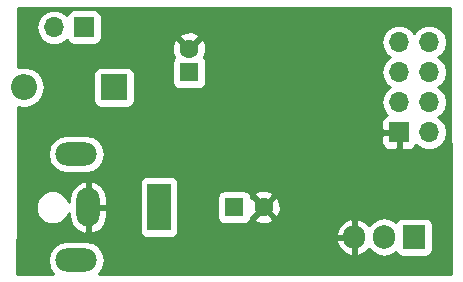
<source format=gbl>
G04 #@! TF.GenerationSoftware,KiCad,Pcbnew,5.0.2-bee76a0~70~ubuntu18.04.1*
G04 #@! TF.CreationDate,2019-03-13T17:32:59-07:00*
G04 #@! TF.ProjectId,shellbell,7368656c-6c62-4656-9c6c-2e6b69636164,rev?*
G04 #@! TF.SameCoordinates,Original*
G04 #@! TF.FileFunction,Copper,L2,Bot*
G04 #@! TF.FilePolarity,Positive*
%FSLAX46Y46*%
G04 Gerber Fmt 4.6, Leading zero omitted, Abs format (unit mm)*
G04 Created by KiCad (PCBNEW 5.0.2-bee76a0~70~ubuntu18.04.1) date Wed 13 Mar 2019 05:32:59 PM PDT*
%MOMM*%
%LPD*%
G01*
G04 APERTURE LIST*
G04 #@! TA.AperFunction,ComponentPad*
%ADD10O,2.200000X2.200000*%
G04 #@! TD*
G04 #@! TA.AperFunction,ComponentPad*
%ADD11R,2.200000X2.200000*%
G04 #@! TD*
G04 #@! TA.AperFunction,ComponentPad*
%ADD12O,3.500000X2.000000*%
G04 #@! TD*
G04 #@! TA.AperFunction,ComponentPad*
%ADD13O,2.000000X3.300000*%
G04 #@! TD*
G04 #@! TA.AperFunction,ComponentPad*
%ADD14R,2.000000X4.000000*%
G04 #@! TD*
G04 #@! TA.AperFunction,ComponentPad*
%ADD15C,1.600000*%
G04 #@! TD*
G04 #@! TA.AperFunction,ComponentPad*
%ADD16R,1.600000X1.600000*%
G04 #@! TD*
G04 #@! TA.AperFunction,ComponentPad*
%ADD17O,1.700000X1.700000*%
G04 #@! TD*
G04 #@! TA.AperFunction,ComponentPad*
%ADD18R,1.700000X1.700000*%
G04 #@! TD*
G04 #@! TA.AperFunction,ComponentPad*
%ADD19O,1.905000X2.000000*%
G04 #@! TD*
G04 #@! TA.AperFunction,ComponentPad*
%ADD20R,1.905000X2.000000*%
G04 #@! TD*
G04 #@! TA.AperFunction,ViaPad*
%ADD21C,0.800000*%
G04 #@! TD*
G04 #@! TA.AperFunction,Conductor*
%ADD22C,0.254000*%
G04 #@! TD*
G04 APERTURE END LIST*
D10*
G04 #@! TO.P,D1,2*
G04 #@! TO.N,Net-(D1-Pad2)*
X139700000Y-74930000D03*
D11*
G04 #@! TO.P,D1,1*
G04 #@! TO.N,+12V*
X147320000Y-74930000D03*
G04 #@! TD*
D12*
G04 #@! TO.P,J1,MP*
G04 #@! TO.N,N/C*
X144130000Y-89590000D03*
X144130000Y-80590000D03*
D13*
G04 #@! TO.P,J1,2*
G04 #@! TO.N,GND*
X145130000Y-85090000D03*
D14*
G04 #@! TO.P,J1,1*
G04 #@! TO.N,+12V*
X151130000Y-85090000D03*
G04 #@! TD*
D15*
G04 #@! TO.P,C2,2*
G04 #@! TO.N,GND*
X153670000Y-71660000D03*
D16*
G04 #@! TO.P,C2,1*
G04 #@! TO.N,+3V3*
X153670000Y-73660000D03*
G04 #@! TD*
D15*
G04 #@! TO.P,C1,2*
G04 #@! TO.N,GND*
X159980000Y-85090000D03*
D16*
G04 #@! TO.P,C1,1*
G04 #@! TO.N,+12V*
X157480000Y-85090000D03*
G04 #@! TD*
D17*
G04 #@! TO.P,L1,2*
G04 #@! TO.N,Net-(D1-Pad2)*
X142240000Y-69850000D03*
D18*
G04 #@! TO.P,L1,1*
G04 #@! TO.N,+12V*
X144780000Y-69850000D03*
G04 #@! TD*
D17*
G04 #@! TO.P,J2,8*
G04 #@! TO.N,+3V3*
X173990000Y-71120000D03*
G04 #@! TO.P,J2,7*
G04 #@! TO.N,Net-(J2-Pad7)*
X171450000Y-71120000D03*
G04 #@! TO.P,J2,6*
G04 #@! TO.N,Net-(J2-Pad6)*
X173990000Y-73660000D03*
G04 #@! TO.P,J2,5*
G04 #@! TO.N,Net-(J2-Pad5)*
X171450000Y-73660000D03*
G04 #@! TO.P,J2,4*
G04 #@! TO.N,+3V3*
X173990000Y-76200000D03*
G04 #@! TO.P,J2,3*
G04 #@! TO.N,Net-(J2-Pad3)*
X171450000Y-76200000D03*
G04 #@! TO.P,J2,2*
G04 #@! TO.N,Net-(J2-Pad2)*
X173990000Y-78740000D03*
D18*
G04 #@! TO.P,J2,1*
G04 #@! TO.N,GND*
X171450000Y-78740000D03*
G04 #@! TD*
D19*
G04 #@! TO.P,Q1,3*
G04 #@! TO.N,GND*
X167640000Y-87630000D03*
G04 #@! TO.P,Q1,2*
G04 #@! TO.N,Net-(D1-Pad2)*
X170180000Y-87630000D03*
D20*
G04 #@! TO.P,Q1,1*
G04 #@! TO.N,Net-(J2-Pad3)*
X172720000Y-87630000D03*
G04 #@! TD*
D21*
G04 #@! TO.N,GND*
X167640000Y-87630000D03*
X160020000Y-85090000D03*
X160020000Y-85090000D03*
X160020000Y-85090000D03*
X160020000Y-85090000D03*
X160020000Y-85090000D03*
X160020000Y-85090000D03*
X160020000Y-85090000D03*
X167640000Y-87630000D03*
X167640000Y-87630000D03*
X167640000Y-87630000D03*
X167640000Y-87630000D03*
X167640000Y-87630000D03*
X167640000Y-87630000D03*
G04 #@! TD*
D22*
G04 #@! TO.N,GND*
G36*
X175819111Y-90730000D02*
X146084674Y-90730000D01*
X146420136Y-90227945D01*
X146547031Y-89590000D01*
X146420136Y-88952055D01*
X146058769Y-88411231D01*
X145517945Y-88049864D01*
X145286688Y-88003864D01*
X166087620Y-88003864D01*
X166330682Y-88573091D01*
X166773076Y-89005973D01*
X167267020Y-89220563D01*
X167513000Y-89100594D01*
X167513000Y-87757000D01*
X166214428Y-87757000D01*
X166087620Y-88003864D01*
X145286688Y-88003864D01*
X145041031Y-87955000D01*
X143218969Y-87955000D01*
X142742055Y-88049864D01*
X142201231Y-88411231D01*
X141839864Y-88952055D01*
X141712969Y-89590000D01*
X141839864Y-90227945D01*
X142175326Y-90730000D01*
X139142079Y-90730000D01*
X139159404Y-84804561D01*
X140695000Y-84804561D01*
X140695000Y-85375439D01*
X140913466Y-85902862D01*
X141317138Y-86306534D01*
X141844561Y-86525000D01*
X142415439Y-86525000D01*
X142942862Y-86306534D01*
X143346534Y-85902862D01*
X143495000Y-85544434D01*
X143495000Y-85867000D01*
X143668058Y-86483020D01*
X144063683Y-86985922D01*
X144621645Y-87299144D01*
X144749566Y-87330124D01*
X145003000Y-87210777D01*
X145003000Y-85217000D01*
X145257000Y-85217000D01*
X145257000Y-87210777D01*
X145510434Y-87330124D01*
X145638355Y-87299144D01*
X146196317Y-86985922D01*
X146591942Y-86483020D01*
X146765000Y-85867000D01*
X146765000Y-85217000D01*
X145257000Y-85217000D01*
X145003000Y-85217000D01*
X144983000Y-85217000D01*
X144983000Y-84963000D01*
X145003000Y-84963000D01*
X145003000Y-82969223D01*
X145257000Y-82969223D01*
X145257000Y-84963000D01*
X146765000Y-84963000D01*
X146765000Y-84313000D01*
X146591942Y-83696980D01*
X146196317Y-83194078D01*
X146010917Y-83090000D01*
X149482560Y-83090000D01*
X149482560Y-87090000D01*
X149531843Y-87337765D01*
X149672191Y-87547809D01*
X149882235Y-87688157D01*
X150130000Y-87737440D01*
X152130000Y-87737440D01*
X152377765Y-87688157D01*
X152587809Y-87547809D01*
X152728157Y-87337765D01*
X152744393Y-87256136D01*
X166087620Y-87256136D01*
X166214428Y-87503000D01*
X167513000Y-87503000D01*
X167513000Y-86159406D01*
X167767000Y-86159406D01*
X167767000Y-87503000D01*
X167787000Y-87503000D01*
X167787000Y-87757000D01*
X167767000Y-87757000D01*
X167767000Y-89100594D01*
X168012980Y-89220563D01*
X168506924Y-89005973D01*
X168900841Y-88620526D01*
X169035477Y-88822023D01*
X169560589Y-89172891D01*
X170180000Y-89296100D01*
X170799410Y-89172891D01*
X171191491Y-88910912D01*
X171309691Y-89087809D01*
X171519735Y-89228157D01*
X171767500Y-89277440D01*
X173672500Y-89277440D01*
X173920265Y-89228157D01*
X174130309Y-89087809D01*
X174270657Y-88877765D01*
X174319940Y-88630000D01*
X174319940Y-86630000D01*
X174270657Y-86382235D01*
X174130309Y-86172191D01*
X173920265Y-86031843D01*
X173672500Y-85982560D01*
X171767500Y-85982560D01*
X171519735Y-86031843D01*
X171309691Y-86172191D01*
X171191491Y-86349088D01*
X170799411Y-86087109D01*
X170180000Y-85963900D01*
X169560590Y-86087109D01*
X169035477Y-86437977D01*
X168900841Y-86639474D01*
X168506924Y-86254027D01*
X168012980Y-86039437D01*
X167767000Y-86159406D01*
X167513000Y-86159406D01*
X167267020Y-86039437D01*
X166773076Y-86254027D01*
X166330682Y-86686909D01*
X166087620Y-87256136D01*
X152744393Y-87256136D01*
X152777440Y-87090000D01*
X152777440Y-84290000D01*
X156032560Y-84290000D01*
X156032560Y-85890000D01*
X156081843Y-86137765D01*
X156222191Y-86347809D01*
X156432235Y-86488157D01*
X156680000Y-86537440D01*
X158280000Y-86537440D01*
X158527765Y-86488157D01*
X158737809Y-86347809D01*
X158878157Y-86137765D01*
X158886117Y-86097745D01*
X159151861Y-86097745D01*
X159225995Y-86343864D01*
X159763223Y-86536965D01*
X160333454Y-86509778D01*
X160734005Y-86343864D01*
X160808139Y-86097745D01*
X159980000Y-85269605D01*
X159151861Y-86097745D01*
X158886117Y-86097745D01*
X158924693Y-85903813D01*
X158972255Y-85918139D01*
X159800395Y-85090000D01*
X160159605Y-85090000D01*
X160987745Y-85918139D01*
X161233864Y-85844005D01*
X161426965Y-85306777D01*
X161399778Y-84736546D01*
X161233864Y-84335995D01*
X160987745Y-84261861D01*
X160159605Y-85090000D01*
X159800395Y-85090000D01*
X158972255Y-84261861D01*
X158924693Y-84276187D01*
X158886118Y-84082255D01*
X159151861Y-84082255D01*
X159980000Y-84910395D01*
X160808139Y-84082255D01*
X160734005Y-83836136D01*
X160196777Y-83643035D01*
X159626546Y-83670222D01*
X159225995Y-83836136D01*
X159151861Y-84082255D01*
X158886118Y-84082255D01*
X158878157Y-84042235D01*
X158737809Y-83832191D01*
X158527765Y-83691843D01*
X158280000Y-83642560D01*
X156680000Y-83642560D01*
X156432235Y-83691843D01*
X156222191Y-83832191D01*
X156081843Y-84042235D01*
X156032560Y-84290000D01*
X152777440Y-84290000D01*
X152777440Y-83090000D01*
X152728157Y-82842235D01*
X152587809Y-82632191D01*
X152377765Y-82491843D01*
X152130000Y-82442560D01*
X150130000Y-82442560D01*
X149882235Y-82491843D01*
X149672191Y-82632191D01*
X149531843Y-82842235D01*
X149482560Y-83090000D01*
X146010917Y-83090000D01*
X145638355Y-82880856D01*
X145510434Y-82849876D01*
X145257000Y-82969223D01*
X145003000Y-82969223D01*
X144749566Y-82849876D01*
X144621645Y-82880856D01*
X144063683Y-83194078D01*
X143668058Y-83696980D01*
X143495000Y-84313000D01*
X143495000Y-84635566D01*
X143346534Y-84277138D01*
X142942862Y-83873466D01*
X142415439Y-83655000D01*
X141844561Y-83655000D01*
X141317138Y-83873466D01*
X140913466Y-84277138D01*
X140695000Y-84804561D01*
X139159404Y-84804561D01*
X139171727Y-80590000D01*
X141712969Y-80590000D01*
X141839864Y-81227945D01*
X142201231Y-81768769D01*
X142742055Y-82130136D01*
X143218969Y-82225000D01*
X145041031Y-82225000D01*
X145517945Y-82130136D01*
X146058769Y-81768769D01*
X146420136Y-81227945D01*
X146547031Y-80590000D01*
X146420136Y-79952055D01*
X146058769Y-79411231D01*
X145517945Y-79049864D01*
X145396716Y-79025750D01*
X169965000Y-79025750D01*
X169965000Y-79716310D01*
X170061673Y-79949699D01*
X170240302Y-80128327D01*
X170473691Y-80225000D01*
X171164250Y-80225000D01*
X171323000Y-80066250D01*
X171323000Y-78867000D01*
X170123750Y-78867000D01*
X169965000Y-79025750D01*
X145396716Y-79025750D01*
X145041031Y-78955000D01*
X143218969Y-78955000D01*
X142742055Y-79049864D01*
X142201231Y-79411231D01*
X141839864Y-79952055D01*
X141712969Y-80590000D01*
X139171727Y-80590000D01*
X139183405Y-76596233D01*
X139529120Y-76665000D01*
X139870880Y-76665000D01*
X140376963Y-76564334D01*
X140950865Y-76180865D01*
X141334334Y-75606963D01*
X141468990Y-74930000D01*
X141334334Y-74253037D01*
X141051670Y-73830000D01*
X145572560Y-73830000D01*
X145572560Y-76030000D01*
X145621843Y-76277765D01*
X145762191Y-76487809D01*
X145972235Y-76628157D01*
X146220000Y-76677440D01*
X148420000Y-76677440D01*
X148667765Y-76628157D01*
X148877809Y-76487809D01*
X149018157Y-76277765D01*
X149067440Y-76030000D01*
X149067440Y-73830000D01*
X149018157Y-73582235D01*
X148877809Y-73372191D01*
X148667765Y-73231843D01*
X148420000Y-73182560D01*
X146220000Y-73182560D01*
X145972235Y-73231843D01*
X145762191Y-73372191D01*
X145621843Y-73582235D01*
X145572560Y-73830000D01*
X141051670Y-73830000D01*
X140950865Y-73679135D01*
X140376963Y-73295666D01*
X139870880Y-73195000D01*
X139529120Y-73195000D01*
X139193155Y-73261827D01*
X139194329Y-72860000D01*
X152222560Y-72860000D01*
X152222560Y-74460000D01*
X152271843Y-74707765D01*
X152412191Y-74917809D01*
X152622235Y-75058157D01*
X152870000Y-75107440D01*
X154470000Y-75107440D01*
X154717765Y-75058157D01*
X154927809Y-74917809D01*
X155068157Y-74707765D01*
X155117440Y-74460000D01*
X155117440Y-72860000D01*
X155068157Y-72612235D01*
X154928005Y-72402484D01*
X155116965Y-71876777D01*
X155089778Y-71306546D01*
X155012508Y-71120000D01*
X169935908Y-71120000D01*
X170051161Y-71699418D01*
X170379375Y-72190625D01*
X170677761Y-72390000D01*
X170379375Y-72589375D01*
X170051161Y-73080582D01*
X169935908Y-73660000D01*
X170051161Y-74239418D01*
X170379375Y-74730625D01*
X170677761Y-74930000D01*
X170379375Y-75129375D01*
X170051161Y-75620582D01*
X169935908Y-76200000D01*
X170051161Y-76779418D01*
X170379375Y-77270625D01*
X170401033Y-77285096D01*
X170240302Y-77351673D01*
X170061673Y-77530301D01*
X169965000Y-77763690D01*
X169965000Y-78454250D01*
X170123750Y-78613000D01*
X171323000Y-78613000D01*
X171323000Y-78593000D01*
X171577000Y-78593000D01*
X171577000Y-78613000D01*
X171597000Y-78613000D01*
X171597000Y-78867000D01*
X171577000Y-78867000D01*
X171577000Y-80066250D01*
X171735750Y-80225000D01*
X172426309Y-80225000D01*
X172659698Y-80128327D01*
X172838327Y-79949699D01*
X172904904Y-79788968D01*
X172919375Y-79810625D01*
X173410582Y-80138839D01*
X173843744Y-80225000D01*
X174136256Y-80225000D01*
X174569418Y-80138839D01*
X175060625Y-79810625D01*
X175388839Y-79319418D01*
X175504092Y-78740000D01*
X175388839Y-78160582D01*
X175060625Y-77669375D01*
X174762239Y-77470000D01*
X175060625Y-77270625D01*
X175388839Y-76779418D01*
X175504092Y-76200000D01*
X175388839Y-75620582D01*
X175060625Y-75129375D01*
X174762239Y-74930000D01*
X175060625Y-74730625D01*
X175388839Y-74239418D01*
X175504092Y-73660000D01*
X175388839Y-73080582D01*
X175060625Y-72589375D01*
X174762239Y-72390000D01*
X175060625Y-72190625D01*
X175388839Y-71699418D01*
X175504092Y-71120000D01*
X175388839Y-70540582D01*
X175060625Y-70049375D01*
X174569418Y-69721161D01*
X174136256Y-69635000D01*
X173843744Y-69635000D01*
X173410582Y-69721161D01*
X172919375Y-70049375D01*
X172720000Y-70347761D01*
X172520625Y-70049375D01*
X172029418Y-69721161D01*
X171596256Y-69635000D01*
X171303744Y-69635000D01*
X170870582Y-69721161D01*
X170379375Y-70049375D01*
X170051161Y-70540582D01*
X169935908Y-71120000D01*
X155012508Y-71120000D01*
X154923864Y-70905995D01*
X154677745Y-70831861D01*
X153849605Y-71660000D01*
X153863748Y-71674142D01*
X153684143Y-71853748D01*
X153670000Y-71839605D01*
X153655858Y-71853748D01*
X153476252Y-71674142D01*
X153490395Y-71660000D01*
X152662255Y-70831861D01*
X152416136Y-70905995D01*
X152223035Y-71443223D01*
X152250222Y-72013454D01*
X152411605Y-72403067D01*
X152271843Y-72612235D01*
X152222560Y-72860000D01*
X139194329Y-72860000D01*
X139203131Y-69850000D01*
X140725908Y-69850000D01*
X140841161Y-70429418D01*
X141169375Y-70920625D01*
X141660582Y-71248839D01*
X142093744Y-71335000D01*
X142386256Y-71335000D01*
X142819418Y-71248839D01*
X143310625Y-70920625D01*
X143322816Y-70902381D01*
X143331843Y-70947765D01*
X143472191Y-71157809D01*
X143682235Y-71298157D01*
X143930000Y-71347440D01*
X145630000Y-71347440D01*
X145877765Y-71298157D01*
X146087809Y-71157809D01*
X146228157Y-70947765D01*
X146277440Y-70700000D01*
X146277440Y-70652255D01*
X152841861Y-70652255D01*
X153670000Y-71480395D01*
X154498139Y-70652255D01*
X154424005Y-70406136D01*
X153886777Y-70213035D01*
X153316546Y-70240222D01*
X152915995Y-70406136D01*
X152841861Y-70652255D01*
X146277440Y-70652255D01*
X146277440Y-69000000D01*
X146228157Y-68752235D01*
X146087809Y-68542191D01*
X145877765Y-68401843D01*
X145630000Y-68352560D01*
X143930000Y-68352560D01*
X143682235Y-68401843D01*
X143472191Y-68542191D01*
X143331843Y-68752235D01*
X143322816Y-68797619D01*
X143310625Y-68779375D01*
X142819418Y-68451161D01*
X142386256Y-68365000D01*
X142093744Y-68365000D01*
X141660582Y-68451161D01*
X141169375Y-68779375D01*
X140841161Y-69270582D01*
X140725908Y-69850000D01*
X139203131Y-69850000D01*
X139207927Y-68210000D01*
X175790889Y-68210000D01*
X175819111Y-90730000D01*
X175819111Y-90730000D01*
G37*
X175819111Y-90730000D02*
X146084674Y-90730000D01*
X146420136Y-90227945D01*
X146547031Y-89590000D01*
X146420136Y-88952055D01*
X146058769Y-88411231D01*
X145517945Y-88049864D01*
X145286688Y-88003864D01*
X166087620Y-88003864D01*
X166330682Y-88573091D01*
X166773076Y-89005973D01*
X167267020Y-89220563D01*
X167513000Y-89100594D01*
X167513000Y-87757000D01*
X166214428Y-87757000D01*
X166087620Y-88003864D01*
X145286688Y-88003864D01*
X145041031Y-87955000D01*
X143218969Y-87955000D01*
X142742055Y-88049864D01*
X142201231Y-88411231D01*
X141839864Y-88952055D01*
X141712969Y-89590000D01*
X141839864Y-90227945D01*
X142175326Y-90730000D01*
X139142079Y-90730000D01*
X139159404Y-84804561D01*
X140695000Y-84804561D01*
X140695000Y-85375439D01*
X140913466Y-85902862D01*
X141317138Y-86306534D01*
X141844561Y-86525000D01*
X142415439Y-86525000D01*
X142942862Y-86306534D01*
X143346534Y-85902862D01*
X143495000Y-85544434D01*
X143495000Y-85867000D01*
X143668058Y-86483020D01*
X144063683Y-86985922D01*
X144621645Y-87299144D01*
X144749566Y-87330124D01*
X145003000Y-87210777D01*
X145003000Y-85217000D01*
X145257000Y-85217000D01*
X145257000Y-87210777D01*
X145510434Y-87330124D01*
X145638355Y-87299144D01*
X146196317Y-86985922D01*
X146591942Y-86483020D01*
X146765000Y-85867000D01*
X146765000Y-85217000D01*
X145257000Y-85217000D01*
X145003000Y-85217000D01*
X144983000Y-85217000D01*
X144983000Y-84963000D01*
X145003000Y-84963000D01*
X145003000Y-82969223D01*
X145257000Y-82969223D01*
X145257000Y-84963000D01*
X146765000Y-84963000D01*
X146765000Y-84313000D01*
X146591942Y-83696980D01*
X146196317Y-83194078D01*
X146010917Y-83090000D01*
X149482560Y-83090000D01*
X149482560Y-87090000D01*
X149531843Y-87337765D01*
X149672191Y-87547809D01*
X149882235Y-87688157D01*
X150130000Y-87737440D01*
X152130000Y-87737440D01*
X152377765Y-87688157D01*
X152587809Y-87547809D01*
X152728157Y-87337765D01*
X152744393Y-87256136D01*
X166087620Y-87256136D01*
X166214428Y-87503000D01*
X167513000Y-87503000D01*
X167513000Y-86159406D01*
X167767000Y-86159406D01*
X167767000Y-87503000D01*
X167787000Y-87503000D01*
X167787000Y-87757000D01*
X167767000Y-87757000D01*
X167767000Y-89100594D01*
X168012980Y-89220563D01*
X168506924Y-89005973D01*
X168900841Y-88620526D01*
X169035477Y-88822023D01*
X169560589Y-89172891D01*
X170180000Y-89296100D01*
X170799410Y-89172891D01*
X171191491Y-88910912D01*
X171309691Y-89087809D01*
X171519735Y-89228157D01*
X171767500Y-89277440D01*
X173672500Y-89277440D01*
X173920265Y-89228157D01*
X174130309Y-89087809D01*
X174270657Y-88877765D01*
X174319940Y-88630000D01*
X174319940Y-86630000D01*
X174270657Y-86382235D01*
X174130309Y-86172191D01*
X173920265Y-86031843D01*
X173672500Y-85982560D01*
X171767500Y-85982560D01*
X171519735Y-86031843D01*
X171309691Y-86172191D01*
X171191491Y-86349088D01*
X170799411Y-86087109D01*
X170180000Y-85963900D01*
X169560590Y-86087109D01*
X169035477Y-86437977D01*
X168900841Y-86639474D01*
X168506924Y-86254027D01*
X168012980Y-86039437D01*
X167767000Y-86159406D01*
X167513000Y-86159406D01*
X167267020Y-86039437D01*
X166773076Y-86254027D01*
X166330682Y-86686909D01*
X166087620Y-87256136D01*
X152744393Y-87256136D01*
X152777440Y-87090000D01*
X152777440Y-84290000D01*
X156032560Y-84290000D01*
X156032560Y-85890000D01*
X156081843Y-86137765D01*
X156222191Y-86347809D01*
X156432235Y-86488157D01*
X156680000Y-86537440D01*
X158280000Y-86537440D01*
X158527765Y-86488157D01*
X158737809Y-86347809D01*
X158878157Y-86137765D01*
X158886117Y-86097745D01*
X159151861Y-86097745D01*
X159225995Y-86343864D01*
X159763223Y-86536965D01*
X160333454Y-86509778D01*
X160734005Y-86343864D01*
X160808139Y-86097745D01*
X159980000Y-85269605D01*
X159151861Y-86097745D01*
X158886117Y-86097745D01*
X158924693Y-85903813D01*
X158972255Y-85918139D01*
X159800395Y-85090000D01*
X160159605Y-85090000D01*
X160987745Y-85918139D01*
X161233864Y-85844005D01*
X161426965Y-85306777D01*
X161399778Y-84736546D01*
X161233864Y-84335995D01*
X160987745Y-84261861D01*
X160159605Y-85090000D01*
X159800395Y-85090000D01*
X158972255Y-84261861D01*
X158924693Y-84276187D01*
X158886118Y-84082255D01*
X159151861Y-84082255D01*
X159980000Y-84910395D01*
X160808139Y-84082255D01*
X160734005Y-83836136D01*
X160196777Y-83643035D01*
X159626546Y-83670222D01*
X159225995Y-83836136D01*
X159151861Y-84082255D01*
X158886118Y-84082255D01*
X158878157Y-84042235D01*
X158737809Y-83832191D01*
X158527765Y-83691843D01*
X158280000Y-83642560D01*
X156680000Y-83642560D01*
X156432235Y-83691843D01*
X156222191Y-83832191D01*
X156081843Y-84042235D01*
X156032560Y-84290000D01*
X152777440Y-84290000D01*
X152777440Y-83090000D01*
X152728157Y-82842235D01*
X152587809Y-82632191D01*
X152377765Y-82491843D01*
X152130000Y-82442560D01*
X150130000Y-82442560D01*
X149882235Y-82491843D01*
X149672191Y-82632191D01*
X149531843Y-82842235D01*
X149482560Y-83090000D01*
X146010917Y-83090000D01*
X145638355Y-82880856D01*
X145510434Y-82849876D01*
X145257000Y-82969223D01*
X145003000Y-82969223D01*
X144749566Y-82849876D01*
X144621645Y-82880856D01*
X144063683Y-83194078D01*
X143668058Y-83696980D01*
X143495000Y-84313000D01*
X143495000Y-84635566D01*
X143346534Y-84277138D01*
X142942862Y-83873466D01*
X142415439Y-83655000D01*
X141844561Y-83655000D01*
X141317138Y-83873466D01*
X140913466Y-84277138D01*
X140695000Y-84804561D01*
X139159404Y-84804561D01*
X139171727Y-80590000D01*
X141712969Y-80590000D01*
X141839864Y-81227945D01*
X142201231Y-81768769D01*
X142742055Y-82130136D01*
X143218969Y-82225000D01*
X145041031Y-82225000D01*
X145517945Y-82130136D01*
X146058769Y-81768769D01*
X146420136Y-81227945D01*
X146547031Y-80590000D01*
X146420136Y-79952055D01*
X146058769Y-79411231D01*
X145517945Y-79049864D01*
X145396716Y-79025750D01*
X169965000Y-79025750D01*
X169965000Y-79716310D01*
X170061673Y-79949699D01*
X170240302Y-80128327D01*
X170473691Y-80225000D01*
X171164250Y-80225000D01*
X171323000Y-80066250D01*
X171323000Y-78867000D01*
X170123750Y-78867000D01*
X169965000Y-79025750D01*
X145396716Y-79025750D01*
X145041031Y-78955000D01*
X143218969Y-78955000D01*
X142742055Y-79049864D01*
X142201231Y-79411231D01*
X141839864Y-79952055D01*
X141712969Y-80590000D01*
X139171727Y-80590000D01*
X139183405Y-76596233D01*
X139529120Y-76665000D01*
X139870880Y-76665000D01*
X140376963Y-76564334D01*
X140950865Y-76180865D01*
X141334334Y-75606963D01*
X141468990Y-74930000D01*
X141334334Y-74253037D01*
X141051670Y-73830000D01*
X145572560Y-73830000D01*
X145572560Y-76030000D01*
X145621843Y-76277765D01*
X145762191Y-76487809D01*
X145972235Y-76628157D01*
X146220000Y-76677440D01*
X148420000Y-76677440D01*
X148667765Y-76628157D01*
X148877809Y-76487809D01*
X149018157Y-76277765D01*
X149067440Y-76030000D01*
X149067440Y-73830000D01*
X149018157Y-73582235D01*
X148877809Y-73372191D01*
X148667765Y-73231843D01*
X148420000Y-73182560D01*
X146220000Y-73182560D01*
X145972235Y-73231843D01*
X145762191Y-73372191D01*
X145621843Y-73582235D01*
X145572560Y-73830000D01*
X141051670Y-73830000D01*
X140950865Y-73679135D01*
X140376963Y-73295666D01*
X139870880Y-73195000D01*
X139529120Y-73195000D01*
X139193155Y-73261827D01*
X139194329Y-72860000D01*
X152222560Y-72860000D01*
X152222560Y-74460000D01*
X152271843Y-74707765D01*
X152412191Y-74917809D01*
X152622235Y-75058157D01*
X152870000Y-75107440D01*
X154470000Y-75107440D01*
X154717765Y-75058157D01*
X154927809Y-74917809D01*
X155068157Y-74707765D01*
X155117440Y-74460000D01*
X155117440Y-72860000D01*
X155068157Y-72612235D01*
X154928005Y-72402484D01*
X155116965Y-71876777D01*
X155089778Y-71306546D01*
X155012508Y-71120000D01*
X169935908Y-71120000D01*
X170051161Y-71699418D01*
X170379375Y-72190625D01*
X170677761Y-72390000D01*
X170379375Y-72589375D01*
X170051161Y-73080582D01*
X169935908Y-73660000D01*
X170051161Y-74239418D01*
X170379375Y-74730625D01*
X170677761Y-74930000D01*
X170379375Y-75129375D01*
X170051161Y-75620582D01*
X169935908Y-76200000D01*
X170051161Y-76779418D01*
X170379375Y-77270625D01*
X170401033Y-77285096D01*
X170240302Y-77351673D01*
X170061673Y-77530301D01*
X169965000Y-77763690D01*
X169965000Y-78454250D01*
X170123750Y-78613000D01*
X171323000Y-78613000D01*
X171323000Y-78593000D01*
X171577000Y-78593000D01*
X171577000Y-78613000D01*
X171597000Y-78613000D01*
X171597000Y-78867000D01*
X171577000Y-78867000D01*
X171577000Y-80066250D01*
X171735750Y-80225000D01*
X172426309Y-80225000D01*
X172659698Y-80128327D01*
X172838327Y-79949699D01*
X172904904Y-79788968D01*
X172919375Y-79810625D01*
X173410582Y-80138839D01*
X173843744Y-80225000D01*
X174136256Y-80225000D01*
X174569418Y-80138839D01*
X175060625Y-79810625D01*
X175388839Y-79319418D01*
X175504092Y-78740000D01*
X175388839Y-78160582D01*
X175060625Y-77669375D01*
X174762239Y-77470000D01*
X175060625Y-77270625D01*
X175388839Y-76779418D01*
X175504092Y-76200000D01*
X175388839Y-75620582D01*
X175060625Y-75129375D01*
X174762239Y-74930000D01*
X175060625Y-74730625D01*
X175388839Y-74239418D01*
X175504092Y-73660000D01*
X175388839Y-73080582D01*
X175060625Y-72589375D01*
X174762239Y-72390000D01*
X175060625Y-72190625D01*
X175388839Y-71699418D01*
X175504092Y-71120000D01*
X175388839Y-70540582D01*
X175060625Y-70049375D01*
X174569418Y-69721161D01*
X174136256Y-69635000D01*
X173843744Y-69635000D01*
X173410582Y-69721161D01*
X172919375Y-70049375D01*
X172720000Y-70347761D01*
X172520625Y-70049375D01*
X172029418Y-69721161D01*
X171596256Y-69635000D01*
X171303744Y-69635000D01*
X170870582Y-69721161D01*
X170379375Y-70049375D01*
X170051161Y-70540582D01*
X169935908Y-71120000D01*
X155012508Y-71120000D01*
X154923864Y-70905995D01*
X154677745Y-70831861D01*
X153849605Y-71660000D01*
X153863748Y-71674142D01*
X153684143Y-71853748D01*
X153670000Y-71839605D01*
X153655858Y-71853748D01*
X153476252Y-71674142D01*
X153490395Y-71660000D01*
X152662255Y-70831861D01*
X152416136Y-70905995D01*
X152223035Y-71443223D01*
X152250222Y-72013454D01*
X152411605Y-72403067D01*
X152271843Y-72612235D01*
X152222560Y-72860000D01*
X139194329Y-72860000D01*
X139203131Y-69850000D01*
X140725908Y-69850000D01*
X140841161Y-70429418D01*
X141169375Y-70920625D01*
X141660582Y-71248839D01*
X142093744Y-71335000D01*
X142386256Y-71335000D01*
X142819418Y-71248839D01*
X143310625Y-70920625D01*
X143322816Y-70902381D01*
X143331843Y-70947765D01*
X143472191Y-71157809D01*
X143682235Y-71298157D01*
X143930000Y-71347440D01*
X145630000Y-71347440D01*
X145877765Y-71298157D01*
X146087809Y-71157809D01*
X146228157Y-70947765D01*
X146277440Y-70700000D01*
X146277440Y-70652255D01*
X152841861Y-70652255D01*
X153670000Y-71480395D01*
X154498139Y-70652255D01*
X154424005Y-70406136D01*
X153886777Y-70213035D01*
X153316546Y-70240222D01*
X152915995Y-70406136D01*
X152841861Y-70652255D01*
X146277440Y-70652255D01*
X146277440Y-69000000D01*
X146228157Y-68752235D01*
X146087809Y-68542191D01*
X145877765Y-68401843D01*
X145630000Y-68352560D01*
X143930000Y-68352560D01*
X143682235Y-68401843D01*
X143472191Y-68542191D01*
X143331843Y-68752235D01*
X143322816Y-68797619D01*
X143310625Y-68779375D01*
X142819418Y-68451161D01*
X142386256Y-68365000D01*
X142093744Y-68365000D01*
X141660582Y-68451161D01*
X141169375Y-68779375D01*
X140841161Y-69270582D01*
X140725908Y-69850000D01*
X139203131Y-69850000D01*
X139207927Y-68210000D01*
X175790889Y-68210000D01*
X175819111Y-90730000D01*
G04 #@! TD*
M02*

</source>
